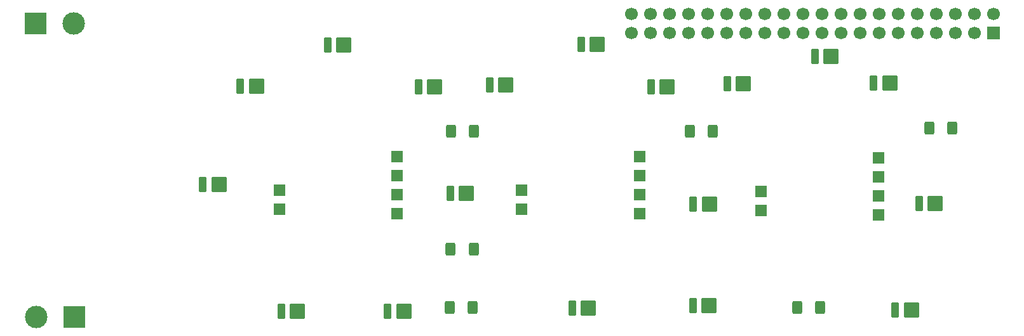
<source format=gbr>
%TF.GenerationSoftware,KiCad,Pcbnew,9.0.2*%
%TF.CreationDate,2025-06-30T20:10:24+02:00*%
%TF.ProjectId,fl-ctl,666c2d63-746c-42e6-9b69-6361645f7063,rev?*%
%TF.SameCoordinates,Original*%
%TF.FileFunction,Soldermask,Top*%
%TF.FilePolarity,Negative*%
%FSLAX46Y46*%
G04 Gerber Fmt 4.6, Leading zero omitted, Abs format (unit mm)*
G04 Created by KiCad (PCBNEW 9.0.2) date 2025-06-30 20:10:24*
%MOMM*%
%LPD*%
G01*
G04 APERTURE LIST*
G04 Aperture macros list*
%AMRoundRect*
0 Rectangle with rounded corners*
0 $1 Rounding radius*
0 $2 $3 $4 $5 $6 $7 $8 $9 X,Y pos of 4 corners*
0 Add a 4 corners polygon primitive as box body*
4,1,4,$2,$3,$4,$5,$6,$7,$8,$9,$2,$3,0*
0 Add four circle primitives for the rounded corners*
1,1,$1+$1,$2,$3*
1,1,$1+$1,$4,$5*
1,1,$1+$1,$6,$7*
1,1,$1+$1,$8,$9*
0 Add four rect primitives between the rounded corners*
20,1,$1+$1,$2,$3,$4,$5,0*
20,1,$1+$1,$4,$5,$6,$7,0*
20,1,$1+$1,$6,$7,$8,$9,0*
20,1,$1+$1,$8,$9,$2,$3,0*%
G04 Aperture macros list end*
%ADD10R,3.000000X3.000000*%
%ADD11C,3.000000*%
%ADD12R,1.700000X1.700000*%
%ADD13C,1.700000*%
%ADD14R,1.500000X1.500000*%
%ADD15RoundRect,0.165000X-0.385000X-0.885000X0.385000X-0.885000X0.385000X0.885000X-0.385000X0.885000X0*%
%ADD16RoundRect,0.315000X-0.735000X-0.735000X0.735000X-0.735000X0.735000X0.735000X-0.735000X0.735000X0*%
%ADD17RoundRect,0.250000X-0.400000X-0.625000X0.400000X-0.625000X0.400000X0.625000X-0.400000X0.625000X0*%
G04 APERTURE END LIST*
D10*
%TO.C,J7*%
X93450000Y-120200000D03*
D11*
X88370000Y-120200000D03*
%TD*%
D12*
%TO.C,J2*%
X215980000Y-82340000D03*
D13*
X215980000Y-79800000D03*
X213440000Y-82340000D03*
X213440000Y-79800000D03*
X210900000Y-82340000D03*
X210900000Y-79800000D03*
X208360000Y-82340000D03*
X208360000Y-79800000D03*
X205820000Y-82340000D03*
X205820000Y-79800000D03*
X203280000Y-82340000D03*
X203280000Y-79800000D03*
X200740000Y-82340000D03*
X200740000Y-79800000D03*
X198200000Y-82340000D03*
X198200000Y-79800000D03*
X195660000Y-82340000D03*
X195660000Y-79800000D03*
X193120000Y-82340000D03*
X193120000Y-79800000D03*
X190580000Y-82340000D03*
X190580000Y-79800000D03*
X188040000Y-82340000D03*
X188040000Y-79800000D03*
X185500000Y-82340000D03*
X185500000Y-79800000D03*
X182960000Y-82340000D03*
X182960000Y-79800000D03*
X180420000Y-82340000D03*
X180420000Y-79800000D03*
X177880000Y-82340000D03*
X177880000Y-79800000D03*
X175340000Y-82340000D03*
X175340000Y-79800000D03*
X172800000Y-82340000D03*
X172800000Y-79800000D03*
X170260000Y-82340000D03*
X170260000Y-79800000D03*
X167720000Y-82340000D03*
X167720000Y-79800000D03*
%TD*%
D14*
%TO.C,KR2*%
X168800000Y-98800000D03*
X168800000Y-101340000D03*
X168800000Y-103880000D03*
X168800000Y-106420000D03*
X153100000Y-103300000D03*
X153100000Y-105840000D03*
%TD*%
D15*
%TO.C,D15*%
X135235000Y-119475000D03*
D16*
X137385000Y-119475000D03*
%TD*%
D15*
%TO.C,D18*%
X159835000Y-119075000D03*
D16*
X161985000Y-119075000D03*
%TD*%
D15*
%TO.C,D5*%
X161020000Y-83800000D03*
D16*
X163170000Y-83800000D03*
%TD*%
D17*
%TO.C,R3*%
X207400000Y-95000000D03*
X210500000Y-95000000D03*
%TD*%
%TO.C,R6*%
X189800000Y-118950000D03*
X192900000Y-118950000D03*
%TD*%
D15*
%TO.C,D12*%
X175960000Y-105200000D03*
D16*
X178110000Y-105200000D03*
%TD*%
D14*
%TO.C,KR1*%
X136500000Y-98800000D03*
X136500000Y-101340000D03*
X136500000Y-103880000D03*
X136500000Y-106420000D03*
X120800000Y-103300000D03*
X120800000Y-105840000D03*
%TD*%
D15*
%TO.C,D6*%
X170360000Y-89500000D03*
D16*
X172510000Y-89500000D03*
%TD*%
D15*
%TO.C,D1*%
X115585000Y-89400000D03*
D16*
X117735000Y-89400000D03*
%TD*%
D15*
%TO.C,D2*%
X127260000Y-83900000D03*
D16*
X129410000Y-83900000D03*
%TD*%
D15*
%TO.C,D16*%
X175935000Y-118725000D03*
D16*
X178085000Y-118725000D03*
%TD*%
D15*
%TO.C,D10*%
X110620000Y-102500000D03*
D16*
X112770000Y-102500000D03*
%TD*%
D17*
%TO.C,R4*%
X143600000Y-111200000D03*
X146700000Y-111200000D03*
%TD*%
%TO.C,R2*%
X175500000Y-95400000D03*
X178600000Y-95400000D03*
%TD*%
D14*
%TO.C,KR3*%
X200700000Y-99000000D03*
X200700000Y-101540000D03*
X200700000Y-104080000D03*
X200700000Y-106620000D03*
X185000000Y-103500000D03*
X185000000Y-106040000D03*
%TD*%
D15*
%TO.C,D14*%
X121035000Y-119450000D03*
D16*
X123185000Y-119450000D03*
%TD*%
D15*
%TO.C,D9*%
X200020000Y-89000000D03*
D16*
X202170000Y-89000000D03*
%TD*%
D15*
%TO.C,D3*%
X139360000Y-89500000D03*
D16*
X141510000Y-89500000D03*
%TD*%
D17*
%TO.C,R1*%
X143650000Y-95400000D03*
X146750000Y-95400000D03*
%TD*%
D15*
%TO.C,D17*%
X202885000Y-119300000D03*
D16*
X205035000Y-119300000D03*
%TD*%
D15*
%TO.C,D8*%
X192185000Y-85450000D03*
D16*
X194335000Y-85450000D03*
%TD*%
D15*
%TO.C,D4*%
X148820000Y-89200000D03*
D16*
X150970000Y-89200000D03*
%TD*%
D17*
%TO.C,R5*%
X143475000Y-118950000D03*
X146575000Y-118950000D03*
%TD*%
D15*
%TO.C,D11*%
X143560000Y-103700000D03*
D16*
X145710000Y-103700000D03*
%TD*%
D15*
%TO.C,D13*%
X206085000Y-105100000D03*
D16*
X208235000Y-105100000D03*
%TD*%
D15*
%TO.C,D7*%
X180485000Y-89100000D03*
D16*
X182635000Y-89100000D03*
%TD*%
D10*
%TO.C,J1*%
X88320000Y-81000000D03*
D11*
X93400000Y-81000000D03*
%TD*%
M02*

</source>
